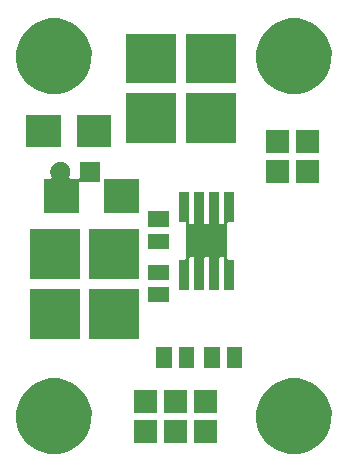
<source format=gbr>
G04 #@! TF.FileFunction,Soldermask,Bot*
%FSLAX46Y46*%
G04 Gerber Fmt 4.6, Leading zero omitted, Abs format (unit mm)*
G04 Created by KiCad (PCBNEW no-vcs-found-undefined) date Sun Nov 13 17:21:01 2016*
%MOMM*%
%LPD*%
G01*
G04 APERTURE LIST*
%ADD10C,1.300000*%
G04 APERTURE END LIST*
D10*
G36*
X5416110Y8277872D02*
X6030848Y8151685D01*
X6609363Y7908500D01*
X7129631Y7557574D01*
X7571824Y7112283D01*
X7919105Y6589582D01*
X8158249Y6009378D01*
X8280004Y5394466D01*
X8280004Y5394449D01*
X8280137Y5393776D01*
X8270128Y4676993D01*
X8269977Y4676330D01*
X8269977Y4676306D01*
X8131099Y4065032D01*
X7875851Y3491739D01*
X7514107Y2978933D01*
X7059653Y2546162D01*
X6529787Y2209900D01*
X5944712Y1982964D01*
X5326688Y1873989D01*
X4699273Y1887132D01*
X4086359Y2021890D01*
X3511293Y2273129D01*
X2995980Y2631282D01*
X2560044Y3082706D01*
X2220093Y3610208D01*
X1989075Y4193693D01*
X1875790Y4810936D01*
X1884551Y5438424D01*
X2015027Y6052266D01*
X2262248Y6629075D01*
X2616795Y7146877D01*
X3065163Y7585952D01*
X3590276Y7929576D01*
X4172132Y8164661D01*
X4788571Y8282254D01*
X5416110Y8277872D01*
X5416110Y8277872D01*
G37*
G36*
X25736110Y8277872D02*
X26350848Y8151685D01*
X26929363Y7908500D01*
X27449631Y7557574D01*
X27891824Y7112283D01*
X28239105Y6589582D01*
X28478249Y6009378D01*
X28600004Y5394466D01*
X28600004Y5394449D01*
X28600137Y5393776D01*
X28590128Y4676993D01*
X28589977Y4676330D01*
X28589977Y4676306D01*
X28451099Y4065032D01*
X28195851Y3491739D01*
X27834107Y2978933D01*
X27379653Y2546162D01*
X26849787Y2209900D01*
X26264712Y1982964D01*
X25646688Y1873989D01*
X25019273Y1887132D01*
X24406359Y2021890D01*
X23831293Y2273129D01*
X23315980Y2631282D01*
X22880044Y3082706D01*
X22540093Y3610208D01*
X22309075Y4193693D01*
X22195790Y4810936D01*
X22204551Y5438424D01*
X22335027Y6052266D01*
X22582248Y6629075D01*
X22936795Y7146877D01*
X23385163Y7585952D01*
X23910276Y7929576D01*
X24492132Y8164661D01*
X25108571Y8282254D01*
X25736110Y8277872D01*
X25736110Y8277872D01*
G37*
G36*
X18869000Y2848000D02*
X16945000Y2848000D01*
X16945000Y4772000D01*
X18869000Y4772000D01*
X18869000Y2848000D01*
X18869000Y2848000D01*
G37*
G36*
X16329000Y2848000D02*
X14405000Y2848000D01*
X14405000Y4772000D01*
X16329000Y4772000D01*
X16329000Y2848000D01*
X16329000Y2848000D01*
G37*
G36*
X13789000Y2848000D02*
X11865000Y2848000D01*
X11865000Y4772000D01*
X13789000Y4772000D01*
X13789000Y2848000D01*
X13789000Y2848000D01*
G37*
G36*
X16329000Y5388000D02*
X14405000Y5388000D01*
X14405000Y7312000D01*
X16329000Y7312000D01*
X16329000Y5388000D01*
X16329000Y5388000D01*
G37*
G36*
X18869000Y5388000D02*
X16945000Y5388000D01*
X16945000Y7312000D01*
X18869000Y7312000D01*
X18869000Y5388000D01*
X18869000Y5388000D01*
G37*
G36*
X13789000Y5388000D02*
X11865000Y5388000D01*
X11865000Y7312000D01*
X13789000Y7312000D01*
X13789000Y5388000D01*
X13789000Y5388000D01*
G37*
G36*
X16964000Y9134500D02*
X15675000Y9134500D01*
X15675000Y10931500D01*
X16964000Y10931500D01*
X16964000Y9134500D01*
X16964000Y9134500D01*
G37*
G36*
X21028000Y9134500D02*
X19739000Y9134500D01*
X19739000Y10931500D01*
X21028000Y10931500D01*
X21028000Y9134500D01*
X21028000Y9134500D01*
G37*
G36*
X19123000Y9134500D02*
X17834000Y9134500D01*
X17834000Y10931500D01*
X19123000Y10931500D01*
X19123000Y9134500D01*
X19123000Y9134500D01*
G37*
G36*
X15059000Y9134500D02*
X13770000Y9134500D01*
X13770000Y10931500D01*
X15059000Y10931500D01*
X15059000Y9134500D01*
X15059000Y9134500D01*
G37*
G36*
X7265000Y11611000D02*
X3055000Y11611000D01*
X3055000Y15821000D01*
X7265000Y15821000D01*
X7265000Y11611000D01*
X7265000Y11611000D01*
G37*
G36*
X12265000Y11611000D02*
X8055000Y11611000D01*
X8055000Y15821000D01*
X12265000Y15821000D01*
X12265000Y11611000D01*
X12265000Y11611000D01*
G37*
G36*
X14868500Y14722500D02*
X13071500Y14722500D01*
X13071500Y16011500D01*
X14868500Y16011500D01*
X14868500Y14722500D01*
X14868500Y14722500D01*
G37*
G36*
X16554000Y21439000D02*
X16555921Y21419491D01*
X16561612Y21400732D01*
X16570853Y21383443D01*
X16583289Y21368289D01*
X16598443Y21355853D01*
X16615732Y21346612D01*
X16634491Y21340921D01*
X16654000Y21339000D01*
X16874000Y21339000D01*
X16893509Y21340921D01*
X16912268Y21346612D01*
X16929557Y21355853D01*
X16944711Y21368289D01*
X16957147Y21383443D01*
X16966388Y21400732D01*
X16972079Y21419491D01*
X16974000Y21439000D01*
X16974000Y24089000D01*
X17824000Y24089000D01*
X17824000Y21439000D01*
X17825921Y21419491D01*
X17831612Y21400732D01*
X17840853Y21383443D01*
X17853289Y21368289D01*
X17868443Y21355853D01*
X17885732Y21346612D01*
X17904491Y21340921D01*
X17924000Y21339000D01*
X18144000Y21339000D01*
X18163509Y21340921D01*
X18182268Y21346612D01*
X18199557Y21355853D01*
X18214711Y21368289D01*
X18227147Y21383443D01*
X18236388Y21400732D01*
X18242079Y21419491D01*
X18244000Y21439000D01*
X18244000Y24089000D01*
X19094000Y24089000D01*
X19094000Y21439000D01*
X19095921Y21419491D01*
X19101612Y21400732D01*
X19110853Y21383443D01*
X19123289Y21368289D01*
X19138443Y21355853D01*
X19155732Y21346612D01*
X19174491Y21340921D01*
X19194000Y21339000D01*
X19414000Y21339000D01*
X19433509Y21340921D01*
X19452268Y21346612D01*
X19469557Y21355853D01*
X19484711Y21368289D01*
X19497147Y21383443D01*
X19506388Y21400732D01*
X19512079Y21419491D01*
X19514000Y21439000D01*
X19514000Y24089000D01*
X20364000Y24089000D01*
X20364000Y21539000D01*
X19884000Y21539000D01*
X19864491Y21537079D01*
X19845732Y21531388D01*
X19828443Y21522147D01*
X19813289Y21509711D01*
X19800853Y21494557D01*
X19791612Y21477268D01*
X19785921Y21458509D01*
X19784000Y21439000D01*
X19784000Y18439000D01*
X19785921Y18419491D01*
X19791612Y18400732D01*
X19800853Y18383443D01*
X19813289Y18368289D01*
X19828443Y18355853D01*
X19845732Y18346612D01*
X19864491Y18340921D01*
X19884000Y18339000D01*
X20364000Y18339000D01*
X20364000Y15789000D01*
X19514000Y15789000D01*
X19514000Y18439000D01*
X19512079Y18458509D01*
X19506388Y18477268D01*
X19497147Y18494557D01*
X19484711Y18509711D01*
X19469557Y18522147D01*
X19452268Y18531388D01*
X19433509Y18537079D01*
X19414000Y18539000D01*
X19194000Y18539000D01*
X19174491Y18537079D01*
X19155732Y18531388D01*
X19138443Y18522147D01*
X19123289Y18509711D01*
X19110853Y18494557D01*
X19101612Y18477268D01*
X19095921Y18458509D01*
X19094000Y18439000D01*
X19094000Y15789000D01*
X18244000Y15789000D01*
X18244000Y18439000D01*
X18242079Y18458509D01*
X18236388Y18477268D01*
X18227147Y18494557D01*
X18214711Y18509711D01*
X18199557Y18522147D01*
X18182268Y18531388D01*
X18163509Y18537079D01*
X18144000Y18539000D01*
X17924000Y18539000D01*
X17904491Y18537079D01*
X17885732Y18531388D01*
X17868443Y18522147D01*
X17853289Y18509711D01*
X17840853Y18494557D01*
X17831612Y18477268D01*
X17825921Y18458509D01*
X17824000Y18439000D01*
X17824000Y15789000D01*
X16974000Y15789000D01*
X16974000Y18439000D01*
X16972079Y18458509D01*
X16966388Y18477268D01*
X16957147Y18494557D01*
X16944711Y18509711D01*
X16929557Y18522147D01*
X16912268Y18531388D01*
X16893509Y18537079D01*
X16874000Y18539000D01*
X16654000Y18539000D01*
X16634491Y18537079D01*
X16615732Y18531388D01*
X16598443Y18522147D01*
X16583289Y18509711D01*
X16570853Y18494557D01*
X16561612Y18477268D01*
X16555921Y18458509D01*
X16554000Y18439000D01*
X16554000Y15789000D01*
X15704000Y15789000D01*
X15704000Y18339000D01*
X16184000Y18339000D01*
X16203509Y18340921D01*
X16222268Y18346612D01*
X16239557Y18355853D01*
X16254711Y18368289D01*
X16267147Y18383443D01*
X16276388Y18400732D01*
X16282079Y18419491D01*
X16284000Y18439000D01*
X16284000Y21439000D01*
X16282079Y21458509D01*
X16276388Y21477268D01*
X16267147Y21494557D01*
X16254711Y21509711D01*
X16239557Y21522147D01*
X16222268Y21531388D01*
X16203509Y21537079D01*
X16184000Y21539000D01*
X15704000Y21539000D01*
X15704000Y24089000D01*
X16554000Y24089000D01*
X16554000Y21439000D01*
X16554000Y21439000D01*
G37*
G36*
X14868500Y16627500D02*
X13071500Y16627500D01*
X13071500Y17916500D01*
X14868500Y17916500D01*
X14868500Y16627500D01*
X14868500Y16627500D01*
G37*
G36*
X12265000Y16691000D02*
X8055000Y16691000D01*
X8055000Y20901000D01*
X12265000Y20901000D01*
X12265000Y16691000D01*
X12265000Y16691000D01*
G37*
G36*
X7265000Y16691000D02*
X3055000Y16691000D01*
X3055000Y20901000D01*
X7265000Y20901000D01*
X7265000Y16691000D01*
X7265000Y16691000D01*
G37*
G36*
X14868500Y19231000D02*
X13071500Y19231000D01*
X13071500Y20520000D01*
X14868500Y20520000D01*
X14868500Y19231000D01*
X14868500Y19231000D01*
G37*
G36*
X14868500Y21136000D02*
X13071500Y21136000D01*
X13071500Y22425000D01*
X14868500Y22425000D01*
X14868500Y21136000D01*
X14868500Y21136000D01*
G37*
G36*
X12254840Y22299320D02*
X9304680Y22299320D01*
X9304680Y25198680D01*
X12254840Y25198680D01*
X12254840Y22299320D01*
X12254840Y22299320D01*
G37*
G36*
X5717285Y26630438D02*
X5880568Y26596921D01*
X6034238Y26532324D01*
X6172437Y26439108D01*
X6289894Y26320828D01*
X6382139Y26181986D01*
X6445662Y26027868D01*
X6477904Y25865035D01*
X6477904Y25865020D01*
X6478037Y25864347D01*
X6475378Y25673951D01*
X6475227Y25673288D01*
X6475227Y25673264D01*
X6438451Y25511396D01*
X6370652Y25359119D01*
X6368680Y25356323D01*
X6359005Y25339273D01*
X6352841Y25320664D01*
X6350427Y25301210D01*
X6351854Y25281659D01*
X6357068Y25262761D01*
X6365869Y25245244D01*
X6377918Y25229781D01*
X6392752Y25216965D01*
X6409802Y25207290D01*
X6428411Y25201126D01*
X6450395Y25198680D01*
X7178000Y25198680D01*
X7197509Y25200601D01*
X7216268Y25206292D01*
X7233557Y25215533D01*
X7248711Y25227969D01*
X7261147Y25243123D01*
X7270388Y25260412D01*
X7276079Y25279171D01*
X7278000Y25298680D01*
X7278000Y26631000D01*
X8978000Y26631000D01*
X8978000Y24931000D01*
X7305320Y24931000D01*
X7285811Y24929079D01*
X7267052Y24923388D01*
X7249763Y24914147D01*
X7234609Y24901711D01*
X7222173Y24886557D01*
X7212932Y24869268D01*
X7207241Y24850509D01*
X7205320Y24831000D01*
X7205320Y22299320D01*
X4255160Y22299320D01*
X4255160Y25198680D01*
X4808595Y25198680D01*
X4828104Y25200601D01*
X4846863Y25206292D01*
X4864152Y25215533D01*
X4879306Y25227969D01*
X4891742Y25243123D01*
X4900983Y25260412D01*
X4906674Y25279171D01*
X4908595Y25298680D01*
X4906674Y25318189D01*
X4900983Y25336948D01*
X4892652Y25352850D01*
X4868333Y25390586D01*
X4806969Y25545572D01*
X4776878Y25709529D01*
X4779205Y25876205D01*
X4813863Y26039258D01*
X4879532Y26192477D01*
X4973709Y26330017D01*
X5092804Y26446644D01*
X5232293Y26537923D01*
X5386845Y26600366D01*
X5550588Y26631602D01*
X5717285Y26630438D01*
X5717285Y26630438D01*
G37*
G36*
X27505000Y24819000D02*
X25581000Y24819000D01*
X25581000Y26743000D01*
X27505000Y26743000D01*
X27505000Y24819000D01*
X27505000Y24819000D01*
G37*
G36*
X24965000Y24819000D02*
X23041000Y24819000D01*
X23041000Y26743000D01*
X24965000Y26743000D01*
X24965000Y24819000D01*
X24965000Y24819000D01*
G37*
G36*
X27505000Y27359000D02*
X25581000Y27359000D01*
X25581000Y29283000D01*
X27505000Y29283000D01*
X27505000Y27359000D01*
X27505000Y27359000D01*
G37*
G36*
X24965000Y27359000D02*
X23041000Y27359000D01*
X23041000Y29283000D01*
X24965000Y29283000D01*
X24965000Y27359000D01*
X24965000Y27359000D01*
G37*
G36*
X5650840Y27859380D02*
X2751480Y27859380D01*
X2751480Y30560620D01*
X5650840Y30560620D01*
X5650840Y27859380D01*
X5650840Y27859380D01*
G37*
G36*
X9948520Y27859380D02*
X7049160Y27859380D01*
X7049160Y30560620D01*
X9948520Y30560620D01*
X9948520Y27859380D01*
X9948520Y27859380D01*
G37*
G36*
X20520000Y28248000D02*
X16310000Y28248000D01*
X16310000Y32458000D01*
X20520000Y32458000D01*
X20520000Y28248000D01*
X20520000Y28248000D01*
G37*
G36*
X15440000Y28248000D02*
X11230000Y28248000D01*
X11230000Y32458000D01*
X15440000Y32458000D01*
X15440000Y28248000D01*
X15440000Y28248000D01*
G37*
G36*
X25736110Y38757872D02*
X26350848Y38631685D01*
X26929363Y38388500D01*
X27449631Y38037574D01*
X27891824Y37592283D01*
X28239105Y37069582D01*
X28478249Y36489378D01*
X28600004Y35874466D01*
X28600004Y35874449D01*
X28600137Y35873776D01*
X28590128Y35156993D01*
X28589977Y35156330D01*
X28589977Y35156306D01*
X28451099Y34545032D01*
X28195851Y33971739D01*
X27834107Y33458933D01*
X27379653Y33026162D01*
X26849787Y32689900D01*
X26264712Y32462964D01*
X25646688Y32353989D01*
X25019273Y32367132D01*
X24406359Y32501890D01*
X23831293Y32753129D01*
X23315980Y33111282D01*
X22880044Y33562706D01*
X22540093Y34090208D01*
X22309075Y34673693D01*
X22195790Y35290936D01*
X22204551Y35918424D01*
X22335027Y36532266D01*
X22582248Y37109075D01*
X22936795Y37626877D01*
X23385163Y38065952D01*
X23910276Y38409576D01*
X24492132Y38644661D01*
X25108571Y38762254D01*
X25736110Y38757872D01*
X25736110Y38757872D01*
G37*
G36*
X5416110Y38757872D02*
X6030848Y38631685D01*
X6609363Y38388500D01*
X7129631Y38037574D01*
X7571824Y37592283D01*
X7919105Y37069582D01*
X8158249Y36489378D01*
X8280004Y35874466D01*
X8280004Y35874449D01*
X8280137Y35873776D01*
X8270128Y35156993D01*
X8269977Y35156330D01*
X8269977Y35156306D01*
X8131099Y34545032D01*
X7875851Y33971739D01*
X7514107Y33458933D01*
X7059653Y33026162D01*
X6529787Y32689900D01*
X5944712Y32462964D01*
X5326688Y32353989D01*
X4699273Y32367132D01*
X4086359Y32501890D01*
X3511293Y32753129D01*
X2995980Y33111282D01*
X2560044Y33562706D01*
X2220093Y34090208D01*
X1989075Y34673693D01*
X1875790Y35290936D01*
X1884551Y35918424D01*
X2015027Y36532266D01*
X2262248Y37109075D01*
X2616795Y37626877D01*
X3065163Y38065952D01*
X3590276Y38409576D01*
X4172132Y38644661D01*
X4788571Y38762254D01*
X5416110Y38757872D01*
X5416110Y38757872D01*
G37*
G36*
X15440000Y33248000D02*
X11230000Y33248000D01*
X11230000Y37458000D01*
X15440000Y37458000D01*
X15440000Y33248000D01*
X15440000Y33248000D01*
G37*
G36*
X20520000Y33248000D02*
X16310000Y33248000D01*
X16310000Y37458000D01*
X20520000Y37458000D01*
X20520000Y33248000D01*
X20520000Y33248000D01*
G37*
M02*

</source>
